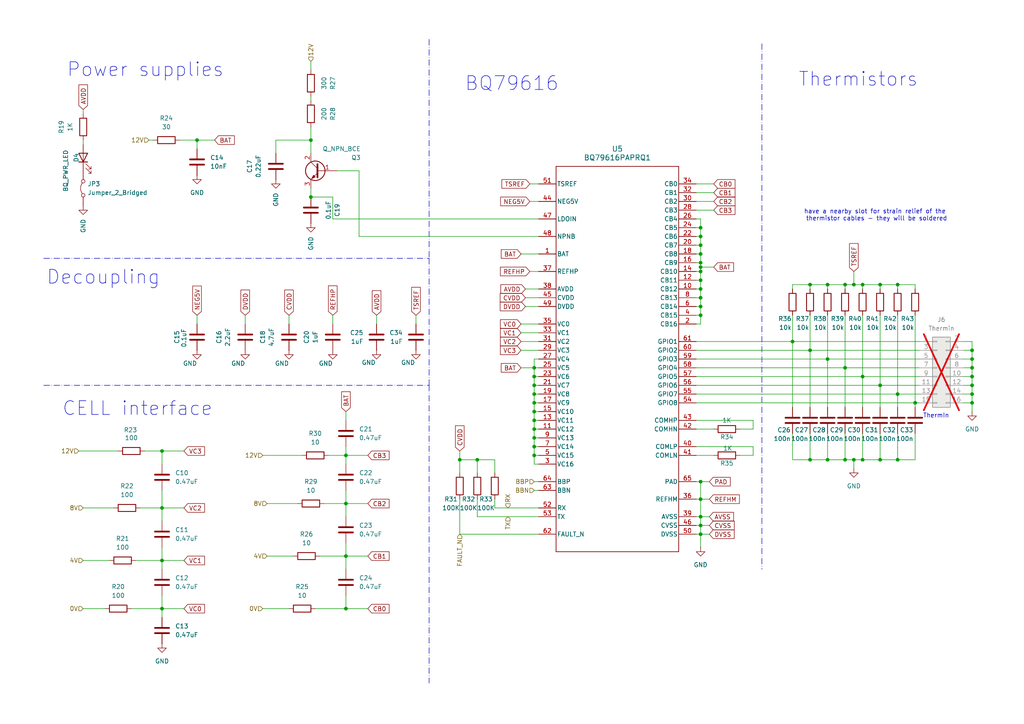
<source format=kicad_sch>
(kicad_sch (version 20231120) (generator "eeschema") (generator_version "8.0")
  (paper "A4")
  (title_block (date "2025-03-08") (rev "1.1.0"))
  (lib_symbols
    (symbol "Connector_Generic:Conn_02x08_Odd_Even" (pin_names (offset 1.016) hide)
      (property "Reference" "J" (at 1.27 10.16 0))
      (property "Value" "Conn_02x08_Odd_Even" (at 1.27 -12.7 0))
      (symbol "Conn_02x08_Odd_Even_1_1"
        (pin passive line (at -5.08 7.62 0) (length 3.81) (name "Pin_1") (number "1"))
        (pin passive line (at 7.62 -2.54 180) (length 3.81) (name "Pin_10") (number "10"))
        (pin passive line (at -5.08 -5.08 0) (length 3.81) (name "Pin_11") (number "11"))
        (pin passive line (at 7.62 -5.08 180) (length 3.81) (name "Pin_12") (number "12"))
        (pin passive line (at -5.08 -7.62 0) (length 3.81) (name "Pin_13") (number "13"))
        (pin passive line (at 7.62 -7.62 180) (length 3.81) (name "Pin_14") (number "14"))
        (pin passive line (at -5.08 -10.16 0) (length 3.81) (name "Pin_15") (number "15"))
        (pin passive line (at 7.62 -10.16 180) (length 3.81) (name "Pin_16") (number "16"))
        (pin passive line (at 7.62 7.62 180) (length 3.81) (name "Pin_2") (number "2"))
        (pin passive line (at -5.08 5.08 0) (length 3.81) (name "Pin_3") (number "3"))
        (pin passive line (at 7.62 5.08 180) (length 3.81) (name "Pin_4") (number "4"))
        (pin passive line (at -5.08 2.54 0) (length 3.81) (name "Pin_5") (number "5"))
        (pin passive line (at 7.62 2.54 180) (length 3.81) (name "Pin_6") (number "6"))
        (pin passive line (at -5.08 0 0) (length 3.81) (name "Pin_7") (number "7"))
        (pin passive line (at 7.62 0 180) (length 3.81) (name "Pin_8") (number "8"))
        (pin passive line (at -5.08 -2.54 0) (length 3.81) (name "Pin_9") (number "9"))
      )
    )
    (symbol "Device:C" (pin_numbers hide) (pin_names (offset 0.254))
      (property "Reference" "C" (at 0.635 2.54 0))
      (property "Value" "C" (at 0.635 -2.54 0))
      (symbol "C_1_1"
        (pin passive line (at 0 3.81 270) (length 2.794) (name "~") (number "1"))
        (pin passive line (at 0 -3.81 90) (length 2.794) (name "~") (number "2"))
      )
    )
    (symbol "Device:LED" (pin_numbers hide) (pin_names (offset 1.016) hide)
      (property "Reference" "D" (at 0 2.54 0))
      (property "Value" "LED" (at 0 -2.54 0))
      (symbol "LED_1_1"
        (pin passive line (at -3.81 0 0) (length 2.54) (name "K") (number "1"))
        (pin passive line (at 3.81 0 180) (length 2.54) (name "A") (number "2"))
      )
    )
    (symbol "Device:Q_NPN_BCE" (pin_names (offset 0) hide)
      (property "Reference" "Q" (at 5.08 1.27 0))
      (property "Value" "Q_NPN_BCE" (at 5.08 -1.27 0))
      (symbol "Q_NPN_BCE_1_1"
        (pin input line (at -5.08 0 0) (length 5.715) (name "B") (number "1"))
        (pin passive line (at 2.54 5.08 270) (length 2.54) (name "C") (number "2"))
        (pin passive line (at 2.54 -5.08 90) (length 2.54) (name "E") (number "3"))
      )
    )
    (symbol "Device:R" (pin_numbers hide) (pin_names (offset 0))
      (property "Reference" "R" (at 2.032 0 90))
      (property "Value" "R" (at 0 0 90))
      (symbol "R_1_1"
        (pin passive line (at 0 3.81 270) (length 1.27) (name "~") (number "1"))
        (pin passive line (at 0 -3.81 90) (length 1.27) (name "~") (number "2"))
      )
    )
    (symbol "Jumper:Jumper_2_Bridged" (pin_numbers hide) (pin_names (offset 0) hide) (exclude_from_sim yes)
      (property "Reference" "JP" (at 0 1.905 0))
      (property "Value" "Jumper_2_Bridged" (at 0 -2.54 0))
      (symbol "Jumper_2_Bridged_1_1"
        (pin passive line (at -5.08 0 0) (length 2.54) (name "A") (number "1"))
        (pin passive line (at 5.08 0 180) (length 2.54) (name "B") (number "2"))
      )
    )
    (symbol "power:GND" (power) (pin_numbers hide) (pin_names (offset 0) hide)
      (property "Value" "GND" (at 0 -3.81 0))
      (symbol "GND_1_1"
        (pin power_in line (at 0 0 270) (length 0) (name "~") (number "1"))
      )
    )
    (symbol "sufst-lib:BQ79616PAPRQ1" (pin_names (offset 0.254))
      (property "Reference" "U" (at 0 2.54 0))
      (property "Value" "BQ79616PAPRQ1" (at 0 0 0))
      (symbol "BQ79616PAPRQ1_0_1"
        (pin power_in line (at -22.86 30.48 0) (length 5.08) (name "BAT") (number "1"))
        (pin bidirectional line (at 22.86 20.32 180) (length 5.08) (name "CB12") (number "10"))
        (pin input line (at -22.86 -20.32 0) (length 5.08) (name "VC12") (number "11"))
        (pin bidirectional line (at 22.86 22.86 180) (length 5.08) (name "CB11") (number "12"))
        (pin input line (at -22.86 -17.78 0) (length 5.08) (name "VC11") (number "13"))
        (pin bidirectional line (at 22.86 25.4 180) (length 5.08) (name "CB10") (number "14"))
        (pin input line (at -22.86 -15.24 0) (length 5.08) (name "VC10") (number "15"))
        (pin bidirectional line (at 22.86 27.94 180) (length 5.08) (name "CB9") (number "16"))
        (pin input line (at -22.86 -12.7 0) (length 5.08) (name "VC9") (number "17"))
        (pin bidirectional line (at 22.86 30.48 180) (length 5.08) (name "CB8") (number "18"))
        (pin input line (at -22.86 -10.16 0) (length 5.08) (name "VC8") (number "19"))
        (pin bidirectional line (at 22.86 10.16 180) (length 5.08) (name "CB16") (number "2"))
        (pin bidirectional line (at 22.86 33.02 180) (length 5.08) (name "CB7") (number "20"))
        (pin input line (at -22.86 -7.62 0) (length 5.08) (name "VC7") (number "21"))
        (pin bidirectional line (at 22.86 35.56 180) (length 5.08) (name "CB6") (number "22"))
        (pin input line (at -22.86 -5.08 0) (length 5.08) (name "VC6") (number "23"))
        (pin bidirectional line (at 22.86 38.1 180) (length 5.08) (name "CB5") (number "24"))
        (pin input line (at -22.86 -2.54 0) (length 5.08) (name "VC5") (number "25"))
        (pin bidirectional line (at 22.86 40.64 180) (length 5.08) (name "CB4") (number "26"))
        (pin input line (at -22.86 0 0) (length 5.08) (name "VC4") (number "27"))
        (pin bidirectional line (at 22.86 43.18 180) (length 5.08) (name "CB3") (number "28"))
        (pin input line (at -22.86 2.54 0) (length 5.08) (name "VC3") (number "29"))
        (pin input line (at -22.86 -30.48 0) (length 5.08) (name "VC16") (number "3"))
        (pin bidirectional line (at 22.86 45.72 180) (length 5.08) (name "CB2") (number "30"))
        (pin input line (at -22.86 5.08 0) (length 5.08) (name "VC2") (number "31"))
        (pin bidirectional line (at 22.86 48.26 180) (length 5.08) (name "CB1") (number "32"))
        (pin input line (at -22.86 7.62 0) (length 5.08) (name "VC1") (number "33"))
        (pin bidirectional line (at 22.86 50.8 180) (length 5.08) (name "CB0") (number "34"))
        (pin input line (at -22.86 10.16 0) (length 5.08) (name "VC0") (number "35"))
        (pin power_in line (at 22.86 -40.64 180) (length 5.08) (name "REFHM") (number "36"))
        (pin power_in line (at -22.86 25.4 0) (length 5.08) (name "REFHP") (number "37"))
        (pin power_in line (at -22.86 20.32 0) (length 5.08) (name "AVDD") (number "38"))
        (pin power_in line (at 22.86 -45.72 180) (length 5.08) (name "AVSS") (number "39"))
        (pin bidirectional line (at 22.86 12.7 180) (length 5.08) (name "CB15") (number "4"))
        (pin bidirectional line (at 22.86 -25.4 180) (length 5.08) (name "COMLP") (number "40"))
        (pin bidirectional line (at 22.86 -27.94 180) (length 5.08) (name "COMLN") (number "41"))
        (pin bidirectional line (at 22.86 -20.32 180) (length 5.08) (name "COMHN") (number "42"))
        (pin bidirectional line (at 22.86 -17.78 180) (length 5.08) (name "COMHP") (number "43"))
        (pin power_in line (at -22.86 45.72 0) (length 5.08) (name "NEG5V") (number "44"))
        (pin power_in line (at -22.86 17.78 0) (length 5.08) (name "CVDD") (number "45"))
        (pin power_in line (at 22.86 -48.26 180) (length 5.08) (name "CVSS") (number "46"))
        (pin power_in line (at -22.86 40.64 0) (length 5.08) (name "LDOIN") (number "47"))
        (pin power_in line (at -22.86 35.56 0) (length 5.08) (name "NPNB") (number "48"))
        (pin power_in line (at -22.86 15.24 0) (length 5.08) (name "DVDD") (number "49"))
        (pin input line (at -22.86 -27.94 0) (length 5.08) (name "VC15") (number "5"))
        (pin power_in line (at 22.86 -50.8 180) (length 5.08) (name "DVSS") (number "50"))
        (pin power_in line (at -22.86 50.8 0) (length 5.08) (name "TSREF") (number "51"))
        (pin input line (at -22.86 -43.18 0) (length 5.08) (name "RX") (number "52"))
        (pin output line (at -22.86 -45.72 0) (length 5.08) (name "TX") (number "53"))
        (pin bidirectional line (at 22.86 -12.7 180) (length 5.08) (name "GPIO8") (number "54"))
        (pin bidirectional line (at 22.86 -10.16 180) (length 5.08) (name "GPIO7") (number "55"))
        (pin bidirectional line (at 22.86 -7.62 180) (length 5.08) (name "GPIO6") (number "56"))
        (pin bidirectional line (at 22.86 -5.08 180) (length 5.08) (name "GPIO5") (number "57"))
        (pin bidirectional line (at 22.86 -2.54 180) (length 5.08) (name "GPIO4") (number "58"))
        (pin bidirectional line (at 22.86 0 180) (length 5.08) (name "GPIO3") (number "59"))
        (pin bidirectional line (at 22.86 15.24 180) (length 5.08) (name "CB14") (number "6"))
        (pin bidirectional line (at 22.86 2.54 180) (length 5.08) (name "GPIO2") (number "60"))
        (pin bidirectional line (at 22.86 5.08 180) (length 5.08) (name "GPIO1") (number "61"))
        (pin output line (at -22.86 -50.8 0) (length 5.08) (name "FAULT_N") (number "62"))
        (pin input line (at -22.86 -38.1 0) (length 5.08) (name "BBN") (number "63"))
        (pin input line (at -22.86 -35.56 0) (length 5.08) (name "BBP") (number "64"))
        (pin unspecified line (at 22.86 -35.56 180) (length 5.08) (name "PAD") (number "65"))
        (pin input line (at -22.86 -25.4 0) (length 5.08) (name "VC14") (number "7"))
        (pin bidirectional line (at 22.86 17.78 180) (length 5.08) (name "CB13") (number "8"))
        (pin input line (at -22.86 -22.86 0) (length 5.08) (name "VC13") (number "9"))
      )
    )
  )
  (junction (at 234.95 82.55))
  (junction (at 203.2 144.78))
  (junction (at 203.2 76.2))
  (junction (at 281.94 111.76))
  (junction (at 245.11 133.35))
  (junction (at 250.19 82.55))
  (junction (at 133.35 133.35))
  (junction (at 203.2 68.58))
  (junction (at 138.43 133.35))
  (junction (at 203.2 154.94))
  (junction (at 240.03 104.14))
  (junction (at 100.33 146.05))
  (junction (at 90.17 40.64))
  (junction (at 245.11 82.55))
  (junction (at 281.94 114.3))
  (junction (at 234.95 101.6))
  (junction (at 57.15 40.64))
  (junction (at 46.99 176.53))
  (junction (at 154.94 106.68))
  (junction (at 154.94 129.54))
  (junction (at 100.33 132.08))
  (junction (at 203.2 91.44))
  (junction (at 240.03 82.55))
  (junction (at 234.95 133.35))
  (junction (at 260.35 82.55))
  (junction (at 250.19 109.22))
  (junction (at 247.65 133.35))
  (junction (at 281.94 116.84))
  (junction (at 229.87 99.06))
  (junction (at 154.94 124.46))
  (junction (at 154.94 111.76))
  (junction (at 154.94 121.92))
  (junction (at 250.19 133.35))
  (junction (at 154.94 127))
  (junction (at 240.03 133.35))
  (junction (at 255.27 133.35))
  (junction (at 203.2 152.4))
  (junction (at 154.94 132.08))
  (junction (at 281.94 104.14))
  (junction (at 154.94 116.84))
  (junction (at 90.17 57.15))
  (junction (at 203.2 81.28))
  (junction (at 203.2 139.7))
  (junction (at 46.99 147.32))
  (junction (at 154.94 109.22))
  (junction (at 203.2 66.04))
  (junction (at 46.99 162.56))
  (junction (at 46.99 130.81))
  (junction (at 281.94 101.6))
  (junction (at 154.94 119.38))
  (junction (at 255.27 111.76))
  (junction (at 203.2 149.86))
  (junction (at 281.94 106.68))
  (junction (at 203.2 86.36))
  (junction (at 260.35 133.35))
  (junction (at 203.2 78.74))
  (junction (at 265.43 116.84))
  (junction (at 203.2 88.9))
  (junction (at 100.33 176.53))
  (junction (at 100.33 161.29))
  (junction (at 203.2 73.66))
  (junction (at 247.65 82.55))
  (junction (at 154.94 114.3))
  (junction (at 245.11 106.68))
  (junction (at 255.27 82.55))
  (junction (at 281.94 109.22))
  (junction (at 260.35 114.3))
  (junction (at 203.2 77.47))
  (junction (at 203.2 83.82))
  (junction (at 203.2 71.12))
  (wire (pts (xy 143.51 147.32) (xy 156.21 147.32)))
  (polyline (pts (xy 12.7 111.76) (xy 124.46 111.76)) (stroke (width 0) (type dash_dot)))
  (wire (pts (xy 151.13 101.6) (xy 156.21 101.6)))
  (wire (pts (xy 201.93 99.06) (xy 229.87 99.06)))
  (wire (pts (xy 90.17 57.15) (xy 96.52 57.15)))
  (wire (pts (xy 76.2 176.53) (xy 83.82 176.53)))
  (wire (pts (xy 203.2 93.98) (xy 203.2 91.44)))
  (wire (pts (xy 96.52 63.5) (xy 156.21 63.5)))
  (wire (pts (xy 100.33 146.05) (xy 100.33 149.86)))
  (wire (pts (xy 100.33 119.38) (xy 100.33 121.92)))
  (wire (pts (xy 205.74 139.7) (xy 203.2 139.7)))
  (wire (pts (xy 52.07 40.64) (xy 57.15 40.64)))
  (wire (pts (xy 100.33 161.29) (xy 106.68 161.29)))
  (wire (pts (xy 255.27 133.35) (xy 255.27 125.73)))
  (wire (pts (xy 281.94 106.68) (xy 281.94 109.22)))
  (wire (pts (xy 229.87 99.06) (xy 229.87 118.11)))
  (wire (pts (xy 203.2 139.7) (xy 201.93 139.7)))
  (wire (pts (xy 156.21 119.38) (xy 154.94 119.38)))
  (wire (pts (xy 207.01 58.42) (xy 201.93 58.42)))
  (wire (pts (xy 250.19 91.44) (xy 250.19 109.22)))
  (wire (pts (xy 156.21 132.08) (xy 154.94 132.08)))
  (wire (pts (xy 156.21 104.14) (xy 154.94 104.14)))
  (wire (pts (xy 281.94 114.3) (xy 281.94 116.84)))
  (wire (pts (xy 203.2 144.78) (xy 203.2 149.86)))
  (wire (pts (xy 265.43 116.84) (xy 265.43 118.11)))
  (wire (pts (xy 133.35 133.35) (xy 138.43 133.35)))
  (wire (pts (xy 156.21 129.54) (xy 154.94 129.54)))
  (wire (pts (xy 104.14 49.53) (xy 97.79 49.53)))
  (wire (pts (xy 247.65 135.89) (xy 247.65 133.35)))
  (wire (pts (xy 203.2 83.82) (xy 203.2 81.28)))
  (wire (pts (xy 151.13 96.52) (xy 156.21 96.52)))
  (wire (pts (xy 154.94 114.3) (xy 154.94 116.84)))
  (wire (pts (xy 201.93 86.36) (xy 203.2 86.36)))
  (wire (pts (xy 247.65 133.35) (xy 250.19 133.35)))
  (wire (pts (xy 234.95 101.6) (xy 234.95 118.11)))
  (wire (pts (xy 229.87 82.55) (xy 234.95 82.55)))
  (wire (pts (xy 154.94 119.38) (xy 154.94 121.92)))
  (wire (pts (xy 46.99 162.56) (xy 46.99 165.1)))
  (wire (pts (xy 247.65 78.74) (xy 247.65 82.55)))
  (wire (pts (xy 260.35 82.55) (xy 260.35 83.82)))
  (wire (pts (xy 46.99 162.56) (xy 53.34 162.56)))
  (wire (pts (xy 43.18 40.64) (xy 44.45 40.64)))
  (wire (pts (xy 281.94 109.22) (xy 279.4 109.22)))
  (wire (pts (xy 138.43 144.78) (xy 138.43 149.86)))
  (polyline (pts (xy 124.46 11.43) (xy 124.46 74.93)) (stroke (width 0) (type dash_dot)))
  (wire (pts (xy 240.03 133.35) (xy 245.11 133.35)))
  (wire (pts (xy 100.33 157.48) (xy 100.33 161.29)))
  (wire (pts (xy 104.14 68.58) (xy 156.21 68.58)))
  (wire (pts (xy 260.35 133.35) (xy 260.35 125.73)))
  (wire (pts (xy 46.99 172.72) (xy 46.99 176.53)))
  (wire (pts (xy 24.13 147.32) (xy 33.02 147.32)))
  (wire (pts (xy 46.99 176.53) (xy 46.99 179.07)))
  (wire (pts (xy 153.67 58.42) (xy 156.21 58.42)))
  (wire (pts (xy 156.21 111.76) (xy 154.94 111.76)))
  (wire (pts (xy 250.19 133.35) (xy 255.27 133.35)))
  (wire (pts (xy 80.01 40.64) (xy 90.17 40.64)))
  (wire (pts (xy 201.93 66.04) (xy 203.2 66.04)))
  (wire (pts (xy 100.33 132.08) (xy 106.68 132.08)))
  (wire (pts (xy 218.44 121.92) (xy 218.44 124.46)))
  (wire (pts (xy 245.11 82.55) (xy 247.65 82.55)))
  (wire (pts (xy 234.95 133.35) (xy 234.95 125.73)))
  (wire (pts (xy 207.01 53.34) (xy 201.93 53.34)))
  (wire (pts (xy 245.11 133.35) (xy 245.11 125.73)))
  (wire (pts (xy 40.64 147.32) (xy 46.99 147.32)))
  (wire (pts (xy 281.94 116.84) (xy 279.4 116.84)))
  (wire (pts (xy 90.17 44.45) (xy 90.17 40.64)))
  (wire (pts (xy 205.74 149.86) (xy 203.2 149.86)))
  (wire (pts (xy 218.44 132.08) (xy 218.44 129.54)))
  (wire (pts (xy 203.2 63.5) (xy 201.93 63.5)))
  (wire (pts (xy 90.17 20.32) (xy 90.17 17.78)))
  (wire (pts (xy 281.94 104.14) (xy 279.4 104.14)))
  (wire (pts (xy 156.21 109.22) (xy 154.94 109.22)))
  (wire (pts (xy 229.87 82.55) (xy 229.87 83.82)))
  (wire (pts (xy 255.27 82.55) (xy 260.35 82.55)))
  (wire (pts (xy 57.15 43.18) (xy 57.15 40.64)))
  (wire (pts (xy 281.94 101.6) (xy 279.4 101.6)))
  (wire (pts (xy 281.94 109.22) (xy 281.94 111.76)))
  (wire (pts (xy 250.19 82.55) (xy 250.19 83.82)))
  (wire (pts (xy 46.99 130.81) (xy 53.34 130.81)))
  (wire (pts (xy 100.33 161.29) (xy 100.33 165.1)))
  (wire (pts (xy 247.65 82.55) (xy 250.19 82.55)))
  (wire (pts (xy 152.4 86.36) (xy 156.21 86.36)))
  (wire (pts (xy 260.35 133.35) (xy 265.43 133.35)))
  (wire (pts (xy 46.99 176.53) (xy 53.34 176.53)))
  (wire (pts (xy 201.93 83.82) (xy 203.2 83.82)))
  (wire (pts (xy 266.7 101.6) (xy 234.95 101.6)))
  (wire (pts (xy 265.43 133.35) (xy 265.43 125.73)))
  (wire (pts (xy 100.33 142.24) (xy 100.33 146.05)))
  (wire (pts (xy 260.35 114.3) (xy 260.35 118.11)))
  (wire (pts (xy 201.93 88.9) (xy 203.2 88.9)))
  (wire (pts (xy 24.13 31.75) (xy 24.13 33.02)))
  (wire (pts (xy 266.7 106.68) (xy 245.11 106.68)))
  (wire (pts (xy 90.17 36.83) (xy 90.17 40.64)))
  (wire (pts (xy 234.95 82.55) (xy 240.03 82.55)))
  (wire (pts (xy 154.94 127) (xy 154.94 129.54)))
  (wire (pts (xy 143.51 133.35) (xy 143.51 137.16)))
  (wire (pts (xy 281.94 104.14) (xy 281.94 106.68)))
  (wire (pts (xy 234.95 133.35) (xy 240.03 133.35)))
  (wire (pts (xy 154.94 109.22) (xy 154.94 111.76)))
  (wire (pts (xy 201.93 68.58) (xy 203.2 68.58)))
  (wire (pts (xy 133.35 154.94) (xy 133.35 144.78)))
  (wire (pts (xy 120.65 93.98) (xy 120.65 91.44)))
  (wire (pts (xy 250.19 82.55) (xy 255.27 82.55)))
  (polyline (pts (xy 124.46 111.76) (xy 124.46 74.93)) (stroke (width 0) (type dash_dot)))
  (wire (pts (xy 156.21 116.84) (xy 154.94 116.84)))
  (wire (pts (xy 96.52 93.98) (xy 96.52 91.44)))
  (wire (pts (xy 281.94 99.06) (xy 279.4 99.06)))
  (wire (pts (xy 203.2 76.2) (xy 203.2 73.66)))
  (wire (pts (xy 154.94 129.54) (xy 154.94 132.08)))
  (wire (pts (xy 41.91 130.81) (xy 46.99 130.81)))
  (wire (pts (xy 203.2 88.9) (xy 203.2 86.36)))
  (wire (pts (xy 104.14 68.58) (xy 104.14 49.53)))
  (wire (pts (xy 240.03 91.44) (xy 240.03 104.14)))
  (wire (pts (xy 281.94 99.06) (xy 281.94 101.6)))
  (wire (pts (xy 203.2 152.4) (xy 203.2 154.94)))
  (wire (pts (xy 229.87 133.35) (xy 234.95 133.35)))
  (wire (pts (xy 151.13 99.06) (xy 156.21 99.06)))
  (wire (pts (xy 57.15 40.64) (xy 62.23 40.64)))
  (wire (pts (xy 90.17 57.15) (xy 90.17 54.61)))
  (wire (pts (xy 80.01 44.45) (xy 80.01 40.64)))
  (wire (pts (xy 156.21 121.92) (xy 154.94 121.92)))
  (wire (pts (xy 245.11 106.68) (xy 201.93 106.68)))
  (wire (pts (xy 265.43 91.44) (xy 265.43 116.84)))
  (wire (pts (xy 203.2 91.44) (xy 203.2 88.9)))
  (wire (pts (xy 46.99 142.24) (xy 46.99 147.32)))
  (wire (pts (xy 71.12 93.98) (xy 71.12 91.44)))
  (wire (pts (xy 151.13 93.98) (xy 156.21 93.98)))
  (wire (pts (xy 91.44 176.53) (xy 100.33 176.53)))
  (wire (pts (xy 133.35 130.81) (xy 133.35 133.35)))
  (wire (pts (xy 203.2 66.04) (xy 203.2 63.5)))
  (wire (pts (xy 260.35 91.44) (xy 260.35 114.3)))
  (wire (pts (xy 201.93 81.28) (xy 203.2 81.28)))
  (wire (pts (xy 154.94 104.14) (xy 154.94 106.68)))
  (wire (pts (xy 203.2 154.94) (xy 201.93 154.94)))
  (wire (pts (xy 203.2 144.78) (xy 201.93 144.78)))
  (wire (pts (xy 240.03 82.55) (xy 240.03 83.82)))
  (wire (pts (xy 255.27 111.76) (xy 255.27 118.11)))
  (wire (pts (xy 266.7 116.84) (xy 265.43 116.84)))
  (wire (pts (xy 151.13 73.66) (xy 156.21 73.66)))
  (wire (pts (xy 24.13 176.53) (xy 30.48 176.53)))
  (wire (pts (xy 281.94 111.76) (xy 281.94 114.3)))
  (wire (pts (xy 133.35 154.94) (xy 156.21 154.94)))
  (polyline (pts (xy 220.98 12.7) (xy 220.98 165.1)) (stroke (width 0) (type dash_dot)))
  (wire (pts (xy 250.19 109.22) (xy 250.19 118.11)))
  (wire (pts (xy 281.94 111.76) (xy 279.4 111.76)))
  (wire (pts (xy 92.71 161.29) (xy 100.33 161.29)))
  (wire (pts (xy 93.98 146.05) (xy 100.33 146.05)))
  (wire (pts (xy 203.2 73.66) (xy 203.2 71.12)))
  (wire (pts (xy 265.43 82.55) (xy 265.43 83.82)))
  (wire (pts (xy 153.67 78.74) (xy 156.21 78.74)))
  (polyline (pts (xy 124.46 111.76) (xy 124.46 198.12)) (stroke (width 0) (type dash_dot)))
  (wire (pts (xy 143.51 147.32) (xy 143.51 144.78)))
  (wire (pts (xy 203.2 78.74) (xy 203.2 77.47)))
  (wire (pts (xy 234.95 82.55) (xy 234.95 83.82)))
  (wire (pts (xy 201.93 71.12) (xy 203.2 71.12)))
  (wire (pts (xy 201.93 93.98) (xy 203.2 93.98)))
  (wire (pts (xy 22.86 130.81) (xy 34.29 130.81)))
  (wire (pts (xy 154.94 139.7) (xy 156.21 139.7)))
  (wire (pts (xy 203.2 152.4) (xy 201.93 152.4)))
  (wire (pts (xy 218.44 129.54) (xy 201.93 129.54)))
  (wire (pts (xy 138.43 133.35) (xy 143.51 133.35)))
  (wire (pts (xy 255.27 91.44) (xy 255.27 111.76)))
  (wire (pts (xy 201.93 121.92) (xy 218.44 121.92)))
  (wire (pts (xy 203.2 77.47) (xy 203.2 76.2)))
  (wire (pts (xy 100.33 146.05) (xy 106.68 146.05)))
  (wire (pts (xy 95.25 132.08) (xy 100.33 132.08)))
  (wire (pts (xy 234.95 101.6) (xy 201.93 101.6)))
  (wire (pts (xy 100.33 176.53) (xy 106.68 176.53)))
  (wire (pts (xy 154.94 106.68) (xy 151.13 106.68)))
  (wire (pts (xy 76.2 132.08) (xy 87.63 132.08)))
  (wire (pts (xy 203.2 139.7) (xy 203.2 144.78)))
  (wire (pts (xy 201.93 124.46) (xy 207.01 124.46)))
  (wire (pts (xy 203.2 68.58) (xy 203.2 66.04)))
  (wire (pts (xy 281.94 106.68) (xy 279.4 106.68)))
  (wire (pts (xy 240.03 82.55) (xy 245.11 82.55)))
  (wire (pts (xy 154.94 124.46) (xy 154.94 127)))
  (wire (pts (xy 265.43 116.84) (xy 201.93 116.84)))
  (wire (pts (xy 154.94 134.62) (xy 156.21 134.62)))
  (wire (pts (xy 90.17 27.94) (xy 90.17 29.21)))
  (wire (pts (xy 207.01 60.96) (xy 201.93 60.96)))
  (wire (pts (xy 266.7 104.14) (xy 240.03 104.14)))
  (wire (pts (xy 46.99 130.81) (xy 46.99 134.62)))
  (wire (pts (xy 201.93 73.66) (xy 203.2 73.66)))
  (wire (pts (xy 240.03 133.35) (xy 240.03 125.73)))
  (wire (pts (xy 229.87 99.06) (xy 266.7 99.06)))
  (wire (pts (xy 240.03 104.14) (xy 201.93 104.14)))
  (wire (pts (xy 229.87 133.35) (xy 229.87 125.73)))
  (wire (pts (xy 281.94 114.3) (xy 279.4 114.3)))
  (wire (pts (xy 234.95 91.44) (xy 234.95 101.6)))
  (wire (pts (xy 109.22 93.98) (xy 109.22 91.44)))
  (wire (pts (xy 255.27 111.76) (xy 201.93 111.76)))
  (wire (pts (xy 100.33 132.08) (xy 100.33 134.62)))
  (wire (pts (xy 46.99 158.75) (xy 46.99 162.56)))
  (wire (pts (xy 156.21 124.46) (xy 154.94 124.46)))
  (wire (pts (xy 138.43 149.86) (xy 156.21 149.86)))
  (wire (pts (xy 255.27 133.35) (xy 260.35 133.35)))
  (wire (pts (xy 156.21 114.3) (xy 154.94 114.3)))
  (wire (pts (xy 203.2 71.12) (xy 203.2 68.58)))
  (wire (pts (xy 218.44 124.46) (xy 214.63 124.46)))
  (wire (pts (xy 39.37 162.56) (xy 46.99 162.56)))
  (wire (pts (xy 245.11 82.55) (xy 245.11 83.82)))
  (wire (pts (xy 205.74 154.94) (xy 203.2 154.94)))
  (wire (pts (xy 203.2 149.86) (xy 203.2 152.4)))
  (wire (pts (xy 156.21 127) (xy 154.94 127)))
  (wire (pts (xy 203.2 154.94) (xy 203.2 158.75)))
  (wire (pts (xy 96.52 63.5) (xy 96.52 57.15)))
  (wire (pts (xy 245.11 133.35) (xy 247.65 133.35)))
  (wire (pts (xy 250.19 133.35) (xy 250.19 125.73)))
  (wire (pts (xy 203.2 86.36) (xy 203.2 83.82)))
  (wire (pts (xy 203.2 81.28) (xy 203.2 78.74)))
  (wire (pts (xy 57.15 93.98) (xy 57.15 91.44)))
  (wire (pts (xy 203.2 149.86) (xy 201.93 149.86)))
  (wire (pts (xy 77.47 161.29) (xy 85.09 161.29)))
  (wire (pts (xy 205.74 144.78) (xy 203.2 144.78)))
  (wire (pts (xy 281.94 101.6) (xy 281.94 104.14)))
  (wire (pts (xy 154.94 111.76) (xy 154.94 114.3)))
  (wire (pts (xy 201.93 76.2) (xy 203.2 76.2)))
  (wire (pts (xy 229.87 91.44) (xy 229.87 99.06)))
  (wire (pts (xy 240.03 104.14) (xy 240.03 118.11)))
  (wire (pts (xy 154.94 106.68) (xy 154.94 109.22)))
  (wire (pts (xy 153.67 53.34) (xy 156.21 53.34)))
  (wire (pts (xy 77.47 146.05) (xy 86.36 146.05)))
  (wire (pts (xy 38.1 176.53) (xy 46.99 176.53)))
  (wire (pts (xy 245.11 91.44) (xy 245.11 106.68)))
  (wire (pts (xy 133.35 133.35) (xy 133.35 137.16)))
  (wire (pts (xy 266.7 114.3) (xy 260.35 114.3)))
  (wire (pts (xy 214.63 132.08) (xy 218.44 132.08)))
  (wire (pts (xy 100.33 172.72) (xy 100.33 176.53)))
  (wire (pts (xy 281.94 119.38) (xy 281.94 116.84)))
  (wire (pts (xy 201.93 132.08) (xy 207.01 132.08)))
  (wire (pts (xy 152.4 88.9) (xy 156.21 88.9)))
  (wire (pts (xy 154.94 132.08) (xy 154.94 134.62)))
  (wire (pts (xy 24.13 162.56) (xy 31.75 162.56)))
  (wire (pts (xy 83.82 93.98) (xy 83.82 91.44)))
  (wire (pts (xy 201.93 91.44) (xy 203.2 91.44)))
  (wire (pts (xy 207.01 55.88) (xy 201.93 55.88)))
  (wire (pts (xy 266.7 109.22) (xy 250.19 109.22)))
  (wire (pts (xy 154.94 142.24) (xy 156.21 142.24)))
  (wire (pts (xy 154.94 121.92) (xy 154.94 124.46)))
  (wire (pts (xy 46.99 147.32) (xy 53.34 147.32)))
  (wire (pts (xy 203.2 77.47) (xy 207.01 77.47)))
  (wire (pts (xy 250.19 109.22) (xy 201.93 109.22)))
  (wire (pts (xy 156.21 106.68) (xy 154.94 106.68)))
  (wire (pts (xy 100.33 129.54) (xy 100.33 132.08)))
  (wire (pts (xy 260.35 114.3) (xy 201.93 114.3)))
  (wire (pts (xy 266.7 111.76) (xy 255.27 111.76)))
  (wire (pts (xy 46.99 147.32) (xy 46.99 151.13)))
  (wire (pts (xy 154.94 116.84) (xy 154.94 119.38)))
  (wire (pts (xy 205.74 152.4) (xy 203.2 152.4)))
  (wire (pts (xy 201.93 78.74) (xy 203.2 78.74)))
  (wire (pts (xy 24.13 41.91) (xy 24.13 40.64)))
  (polyline (pts (xy 12.7 74.93) (xy 124.46 74.93)) (stroke (width 0) (type dash_dot)))
  (wire (pts (xy 255.27 82.55) (xy 255.27 83.82)))
  (wire (pts (xy 152.4 83.82) (xy 156.21 83.82)))
  (wire (pts (xy 245.11 106.68) (xy 245.11 118.11)))
  (wire (pts (xy 260.35 82.55) (xy 265.43 82.55)))
  (wire (pts (xy 138.43 133.35) (xy 138.43 137.16)))
  (text "Thermistors" (at 248.92 23.114 0) (effects (font (size 4 4))))
  (text "CELL interface" (at 39.878 118.618 0) (effects (font (size 4 4))))
  (text "Power supplies" (at 42.164 20.32 0) (effects (font (size 4 4))))
  (text "have a nearby slot for strain relief of the \nthermistor cables - they will be soldered\n" (at 254.254 62.484 0) (effects (font (size 1.27 1.27))))
  (text "Decoupling" (at 29.972 80.518 0) (effects (font (size 4 4))))
  (text "BQ79616" (at 148.4501 24.3606 0) (effects (font (size 4 4))))
  (text "ThermIn\n" (at 275.336 121.412 0) (effects (font (size 1.27 1.27)) (justify right bottom)))
  (global_label "REFHP" (shape input) (at 153.67 78.74 180) (property "Intersheetrefs" "${INTERSHEET_REFS}" (effects (hide yes))))
  (global_label "VC1" (shape input) (at 53.34 162.56 0) (property "Intersheetrefs" "${INTERSHEET_REFS}" (effects (hide yes))))
  (global_label "CVDD" (shape input) (at 133.35 130.81 90) (property "Intersheetrefs" "${INTERSHEET_REFS}" (effects (hide yes))))
  (global_label "DVDD" (shape input) (at 71.12 91.44 90) (property "Intersheetrefs" "${INTERSHEET_REFS}" (effects (hide yes))))
  (global_label "VC2" (shape input) (at 53.34 147.32 0) (property "Intersheetrefs" "${INTERSHEET_REFS}" (effects (hide yes))))
  (global_label "BAT" (shape input) (at 151.13 106.68 180) (property "Intersheetrefs" "${INTERSHEET_REFS}" (effects (hide yes))))
  (global_label "CB2" (shape input) (at 106.68 146.05 0) (property "Intersheetrefs" "${INTERSHEET_REFS}" (effects (hide yes))))
  (global_label "CB3" (shape input) (at 106.68 132.08 0) (property "Intersheetrefs" "${INTERSHEET_REFS}" (effects (hide yes))))
  (global_label "TSREF" (shape input) (at 153.67 53.34 180) (property "Intersheetrefs" "${INTERSHEET_REFS}" (effects (hide yes))))
  (global_label "CB0" (shape input) (at 106.68 176.53 0) (property "Intersheetrefs" "${INTERSHEET_REFS}" (effects (hide yes))))
  (global_label "VC0" (shape input) (at 151.13 93.98 180) (property "Intersheetrefs" "${INTERSHEET_REFS}" (effects (hide yes))))
  (global_label "CVSS" (shape input) (at 205.74 152.4 0) (property "Intersheetrefs" "${INTERSHEET_REFS}" (effects (hide yes))))
  (global_label "NEG5V" (shape input) (at 57.15 91.44 90) (property "Intersheetrefs" "${INTERSHEET_REFS}" (effects (hide yes))))
  (global_label "REFHP" (shape input) (at 96.52 91.44 90) (property "Intersheetrefs" "${INTERSHEET_REFS}" (effects (hide yes))))
  (global_label "DVDD" (shape input) (at 152.4 88.9 180) (property "Intersheetrefs" "${INTERSHEET_REFS}" (effects (hide yes))))
  (global_label "AVSS" (shape input) (at 205.74 149.86 0) (property "Intersheetrefs" "${INTERSHEET_REFS}" (effects (hide yes))))
  (global_label "REFHM" (shape input) (at 205.74 144.78 0) (property "Intersheetrefs" "${INTERSHEET_REFS}" (effects (hide yes))))
  (global_label "TSREF" (shape input) (at 247.65 78.74 90) (property "Intersheetrefs" "${INTERSHEET_REFS}" (effects (hide yes))))
  (global_label "AVDD" (shape input) (at 24.13 31.75 90) (property "Intersheetrefs" "${INTERSHEET_REFS}" (effects (hide yes))))
  (global_label "BAT" (shape input) (at 207.01 77.47 0) (property "Intersheetrefs" "${INTERSHEET_REFS}" (effects (hide yes))))
  (global_label "BAT" (shape input) (at 151.13 73.66 180) (property "Intersheetrefs" "${INTERSHEET_REFS}" (effects (hide yes))))
  (global_label "CB0" (shape input) (at 207.01 53.34 0) (property "Intersheetrefs" "${INTERSHEET_REFS}" (effects (hide yes))))
  (global_label "CB3" (shape input) (at 207.01 60.96 0) (property "Intersheetrefs" "${INTERSHEET_REFS}" (effects (hide yes))))
  (global_label "VC3" (shape input) (at 53.34 130.81 0) (property "Intersheetrefs" "${INTERSHEET_REFS}" (effects (hide yes))))
  (global_label "TSREF" (shape input) (at 120.65 91.44 90) (property "Intersheetrefs" "${INTERSHEET_REFS}" (effects (hide yes))))
  (global_label "VC3" (shape input) (at 151.13 101.6 180) (property "Intersheetrefs" "${INTERSHEET_REFS}" (effects (hide yes))))
  (global_label "NEG5V" (shape input) (at 153.67 58.42 180) (property "Intersheetrefs" "${INTERSHEET_REFS}" (effects (hide yes))))
  (global_label "AVDD" (shape input) (at 109.22 91.44 90) (property "Intersheetrefs" "${INTERSHEET_REFS}" (effects (hide yes))))
  (global_label "BAT" (shape input) (at 100.33 119.38 90) (property "Intersheetrefs" "${INTERSHEET_REFS}" (effects (hide yes))))
  (global_label "VC0" (shape input) (at 53.34 176.53 0) (property "Intersheetrefs" "${INTERSHEET_REFS}" (effects (hide yes))))
  (global_label "VC2" (shape input) (at 151.13 99.06 180) (property "Intersheetrefs" "${INTERSHEET_REFS}" (effects (hide yes))))
  (global_label "CVDD" (shape input) (at 152.4 86.36 180) (property "Intersheetrefs" "${INTERSHEET_REFS}" (effects (hide yes))))
  (global_label "VC1" (shape input) (at 151.13 96.52 180) (property "Intersheetrefs" "${INTERSHEET_REFS}" (effects (hide yes))))
  (global_label "CB2" (shape input) (at 207.01 58.42 0) (property "Intersheetrefs" "${INTERSHEET_REFS}" (effects (hide yes))))
  (global_label "CB1" (shape input) (at 207.01 55.88 0) (property "Intersheetrefs" "${INTERSHEET_REFS}" (effects (hide yes))))
  (global_label "AVDD" (shape input) (at 152.4 83.82 180) (property "Intersheetrefs" "${INTERSHEET_REFS}" (effects (hide yes))))
  (global_label "PAD" (shape input) (at 205.74 139.7 0) (property "Intersheetrefs" "${INTERSHEET_REFS}" (effects (hide yes))))
  (global_label "BAT" (shape input) (at 62.23 40.64 0) (property "Intersheetrefs" "${INTERSHEET_REFS}" (effects (hide yes))))
  (global_label "CB1" (shape input) (at 106.68 161.29 0) (property "Intersheetrefs" "${INTERSHEET_REFS}" (effects (hide yes))))
  (global_label "CVDD" (shape input) (at 83.82 91.44 90) (property "Intersheetrefs" "${INTERSHEET_REFS}" (effects (hide yes))))
  (global_label "DVSS" (shape input) (at 205.74 154.94 0) (property "Intersheetrefs" "${INTERSHEET_REFS}" (effects (hide yes))))
  (hierarchical_label "4V" (shape input) (at 24.13 162.56 180))
  (hierarchical_label "4V" (shape input) (at 77.47 161.29 180))
  (hierarchical_label "BBP" (shape input) (at 154.94 139.7 180))
  (hierarchical_label "BBN" (shape input) (at 154.94 142.24 180))
  (hierarchical_label "RX" (shape input) (at 147.32 147.32 90))
  (hierarchical_label "FAULT_N" (shape input) (at 133.35 154.94 270))
  (hierarchical_label "12V" (shape input) (at 43.18 40.64 180))
  (hierarchical_label "0V" (shape input) (at 76.2 176.53 180))
  (hierarchical_label "12V" (shape input) (at 90.17 17.78 90))
  (hierarchical_label "0V" (shape input) (at 24.13 176.53 180))
  (hierarchical_label "8V" (shape input) (at 24.13 147.32 180))
  (hierarchical_label "12V" (shape input) (at 76.2 132.08 180))
  (hierarchical_label "8V" (shape input) (at 77.47 146.05 180))
  (hierarchical_label "12V" (shape input) (at 22.86 130.81 180))
  (hierarchical_label "TX" (shape input) (at 147.32 149.86 270))
  (symbol (lib_id "Device:R") (at 88.9 161.29 270) (unit 1)
    (property "Reference" "R26" (at 88.9 154.94 90))
    (property "Value" "10" (at 88.9 157.48 90))
    (property "Footprint" "Resistor_SMD:R_2512_6332Metric" (effects (hide yes)))
    (property "Description" "Resistor" (effects (hide yes)))
  )
  (symbol (lib_id "Device:R") (at 90.17 33.02 0) (unit 1)
    (property "Reference" "R28" (at 96.52 33.02 90))
    (property "Value" "200" (at 93.98 33.02 90))
    (property "Footprint" "Resistor_SMD:R_0603_1608Metric" (effects (hide yes)))
    (property "Description" "Resistor" (effects (hide yes)))
  )
  (symbol (lib_id "Device:R") (at 87.63 176.53 90) (unit 1)
    (property "Reference" "R25" (at 87.63 170.18 90))
    (property "Value" "10" (at 87.63 172.72 90))
    (property "Footprint" "Resistor_SMD:R_2512_6332Metric" (effects (hide yes)))
    (property "Description" "Resistor" (effects (hide yes)))
  )
  (symbol (lib_id "Device:C") (at 46.99 182.88 0) (unit 1)
    (property "Reference" "C13" (at 50.8 181.6099 0) (effects (justify left)))
    (property "Value" "0.47uF" (at 50.8 184.1499 0) (effects (justify left)))
    (property "Footprint" "Capacitor_SMD:C_0603_1608Metric" (effects (hide yes)))
    (property "Description" "Unpolarized capacitor" (effects (hide yes)))
    (property "Order Code" " 581-08055C474K4Z2A " (effects (hide yes)))
  )
  (symbol (lib_id "Device:C") (at 100.33 168.91 180) (unit 1)
    (property "Reference" "C24" (at 104.14 167.6399 0) (effects (justify right)))
    (property "Value" "0.47uF" (at 104.14 170.1799 0) (effects (justify right)))
    (property "Footprint" "Capacitor_SMD:C_0603_1608Metric" (effects (hide yes)))
    (property "Description" "Unpolarized capacitor" (effects (hide yes)))
    (property "Order Code" " 581-08055C474K4Z2A " (effects (hide yes)))
  )
  (symbol (lib_id "Device:C") (at 255.27 121.92 0) (mirror y) (unit 1)
    (property "Reference" "C31" (at 254.762 124.714 0) (effects (justify left)))
    (property "Value" "100n" (at 254.762 127.254 0) (effects (justify left)))
    (property "Footprint" "Capacitor_SMD:C_0603_1608Metric" (effects (hide yes)))
    (property "Description" "Unpolarized capacitor" (effects (hide yes)))
    (property "Order Code" "80-C0805C104K5RACLR" (effects (hide yes)))
    (property "Supplier" "Mouser" (effects (hide yes)))
  )
  (symbol (lib_id "Device:C") (at 100.33 153.67 0) (unit 1)
    (property "Reference" "C23" (at 104.14 152.3999 0) (effects (justify left)))
    (property "Value" "0.47uF" (at 104.14 154.9399 0) (effects (justify left)))
    (property "Footprint" "Capacitor_SMD:C_0603_1608Metric" (effects (hide yes)))
    (property "Description" "Unpolarized capacitor" (effects (hide yes)))
    (property "Order Code" " 581-08055C474K4Z2A " (effects (hide yes)))
  )
  (symbol (lib_id "power:GND") (at 80.01 52.07 0) (mirror y) (unit 1)
    (property "Reference" "#PWR033" (effects (hide yes)))
    (property "Value" "GND" (at 80.0101 55.88 90) (effects (justify right)))
    (property "Description" "Power symbol creates a global label with name \"GND\" , ground" (effects (hide yes)))
  )
  (symbol (lib_id "Device:R") (at 245.11 87.63 0) (mirror y) (unit 1)
    (property "Reference" "R39" (at 244.856 92.456 0) (effects (justify left)))
    (property "Value" "10k" (at 244.856 94.996 0) (effects (justify left)))
    (property "Footprint" "Resistor_SMD:R_0603_1608Metric" (effects (hide yes)))
    (property "Description" "Resistor" (effects (hide yes)))
  )
  (symbol (lib_id "Device:R") (at 250.19 87.63 0) (mirror y) (unit 1)
    (property "Reference" "R40" (at 249.936 92.456 0) (effects (justify left)))
    (property "Value" "10k" (at 249.936 94.996 0) (effects (justify left)))
    (property "Footprint" "Resistor_SMD:R_0603_1608Metric" (effects (hide yes)))
    (property "Description" "Resistor" (effects (hide yes)))
  )
  (symbol (lib_id "Device:R") (at 24.13 36.83 180) (unit 1)
    (property "Reference" "R19" (at 17.78 36.83 90))
    (property "Value" "1K" (at 20.32 36.83 90))
    (property "Footprint" "Resistor_SMD:R_0603_1608Metric" (effects (hide yes)))
    (property "Description" "Resistor" (effects (hide yes)))
  )
  (symbol (lib_id "power:GND") (at 247.65 135.89 0) (mirror y) (unit 1)
    (property "Reference" "#PWR039" (effects (hide yes)))
    (property "Value" "GND" (at 247.65 140.97 0))
    (property "Description" "Power symbol creates a global label with name \"GND\" , ground" (effects (hide yes)))
  )
  (symbol (lib_id "Device:C") (at 100.33 138.43 0) (unit 1)
    (property "Reference" "C22" (at 104.14 137.1599 0) (effects (justify left)))
    (property "Value" "0.47uF" (at 104.14 139.6999 0) (effects (justify left)))
    (property "Footprint" "Capacitor_SMD:C_0603_1608Metric" (effects (hide yes)))
    (property "Description" "Unpolarized capacitor" (effects (hide yes)))
    (property "Order Code" " 581-08055C474K4Z2A " (effects (hide yes)))
  )
  (symbol (lib_id "Device:C") (at 245.11 121.92 0) (mirror y) (unit 1)
    (property "Reference" "C29" (at 244.602 124.714 0) (effects (justify left)))
    (property "Value" "100n" (at 244.602 127.254 0) (effects (justify left)))
    (property "Footprint" "Capacitor_SMD:C_0603_1608Metric" (effects (hide yes)))
    (property "Description" "Unpolarized capacitor" (effects (hide yes)))
    (property "Order Code" "80-C0805C104K5RACLR" (effects (hide yes)))
    (property "Supplier" "Mouser" (effects (hide yes)))
  )
  (symbol (lib_id "power:GND") (at 24.13 59.69 0) (unit 1)
    (property "Reference" "#PWR028" (effects (hide yes)))
    (property "Value" "GND" (at 24.1299 63.5 90) (effects (justify right)))
    (property "Description" "Power symbol creates a global label with name \"GND\" , ground" (effects (hide yes)))
  )
  (symbol (lib_id "Device:C") (at 234.95 121.92 0) (mirror y) (unit 1)
    (property "Reference" "C27" (at 234.442 124.714 0) (effects (justify left)))
    (property "Value" "100n" (at 234.442 127.254 0) (effects (justify left)))
    (property "Footprint" "Capacitor_SMD:C_0603_1608Metric" (effects (hide yes)))
    (property "Description" "Unpolarized capacitor" (effects (hide yes)))
    (property "Order Code" "80-C0805C104K5RACLR" (effects (hide yes)))
    (property "Supplier" "Mouser" (effects (hide yes)))
  )
  (symbol (lib_id "Device:R") (at 210.82 132.08 270) (unit 1)
    (property "Reference" "R35" (at 210.82 134.366 90))
    (property "Value" "1K" (at 211.074 130.048 90))
    (property "Footprint" "Resistor_SMD:R_0603_1608Metric" (effects (hide yes)))
    (property "Description" "Resistor" (effects (hide yes)))
  )
  (symbol (lib_id "Device:R") (at 36.83 147.32 90) (unit 1)
    (property "Reference" "R22" (at 36.83 140.97 90))
    (property "Value" "100" (at 36.83 143.51 90))
    (property "Footprint" "Resistor_SMD:R_0603_1608Metric" (effects (hide yes)))
    (property "Description" "Resistor" (effects (hide yes)))
  )
  (symbol (lib_id "Device:C") (at 100.33 125.73 0) (unit 1)
    (property "Reference" "C21" (at 104.14 124.4599 0) (effects (justify left)))
    (property "Value" "0.47uF" (at 104.14 126.9999 0) (effects (justify left)))
    (property "Footprint" "Capacitor_SMD:C_0603_1608Metric" (effects (hide yes)))
    (property "Description" "Unpolarized capacitor" (effects (hide yes)))
    (property "Order Code" " 581-08055C474K4Z2A " (effects (hide yes)))
  )
  (symbol (lib_id "Device:R") (at 260.35 87.63 0) (mirror y) (unit 1)
    (property "Reference" "R42" (at 260.096 92.456 0) (effects (justify left)))
    (property "Value" "10k" (at 260.096 94.996 0) (effects (justify left)))
    (property "Footprint" "Resistor_SMD:R_0603_1608Metric" (effects (hide yes)))
    (property "Description" "Resistor" (effects (hide yes)))
  )
  (symbol (lib_id "Connector_Generic:Conn_02x08_Odd_Even") (at 271.78 106.68 0) (unit 1) (dnp yes)
    (property "Reference" "J6" (at 273.05 92.71 0))
    (property "Value" "Thermin" (at 273.05 95.25 0))
    (property "Footprint" "Connector_PinSocket_2.54mm:PinSocket_2x08_P2.54mm_Vertical" (effects (hide yes)))
    (property "Description" "Generic connector, double row, 02x08, odd/even pin numbering scheme (row 1 odd numbers, row 2 even numbers), script generated (kicad-library-utils/schlib/autogen/connector/)" (effects (hide yes)))
  )
  (symbol (lib_id "power:GND") (at 71.12 101.6 0) (unit 1)
    (property "Reference" "#PWR032" (effects (hide yes)))
    (property "Value" "GND" (at 71.1199 105.41 0) (effects (justify right)))
    (property "Description" "Power symbol creates a global label with name \"GND\" , ground" (effects (hide yes)))
  )
  (symbol (lib_id "Jumper:Jumper_2_Bridged") (at 24.13 54.61 90) (unit 1) (exclude_from_sim yes)
    (property "Reference" "JP3" (at 25.4 53.3399 90) (effects (justify right)))
    (property "Value" "Jumper_2_Bridged" (at 25.4 55.8799 90) (effects (justify right)))
    (property "Footprint" "Jumper:SolderJumper-2_P1.3mm_Bridged_RoundedPad1.0x1.5mm" (effects (hide yes)))
    (property "Description" "Jumper, 2-pole, closed/bridged" (effects (hide yes)))
  )
  (symbol (lib_id "Device:R") (at 143.51 140.97 180) (unit 1)
    (property "Reference" "R33" (at 140.97 144.78 0))
    (property "Value" "100K" (at 140.97 147.32 0))
    (property "Footprint" "Resistor_SMD:R_0603_1608Metric" (effects (hide yes)))
    (property "Description" "Resistor" (effects (hide yes)))
  )
  (symbol (lib_id "Device:Q_NPN_BCE") (at 92.71 49.53 0) (mirror y) (unit 1)
    (property "Reference" "Q3" (at 104.648 45.72 0) (effects (justify left)))
    (property "Value" "Q_NPN_BCE" (at 104.648 43.18 0) (effects (justify left)))
    (property "Footprint" "Package_TO_SOT_SMD:TO-252-3_TabPin2" (effects (hide yes)))
    (property "Description" "ZXTN4004KTC" (effects (hide yes)))
  )
  (symbol (lib_id "Device:R") (at 133.35 140.97 180) (unit 1)
    (property "Reference" "R31" (at 130.81 144.78 0))
    (property "Value" "100K" (at 130.81 147.32 0))
    (property "Footprint" "Resistor_SMD:R_0603_1608Metric" (effects (hide yes)))
    (property "Description" "Resistor" (effects (hide yes)))
  )
  (symbol (lib_id "Device:C") (at 120.65 97.79 0) (mirror y) (unit 1)
    (property "Reference" "C34" (at 116.84 96.5199 0) (effects (justify left)))
    (property "Value" "1uF" (at 116.84 99.0599 0) (effects (justify left)))
    (property "Footprint" "Capacitor_SMD:C_0603_1608Metric" (effects (hide yes)))
    (property "Description" "Unpolarized capacitor" (effects (hide yes)))
  )
  (symbol (lib_id "Device:R") (at 138.43 140.97 180) (unit 1)
    (property "Reference" "R32" (at 135.89 144.78 0))
    (property "Value" "100K" (at 135.89 147.32 0))
    (property "Footprint" "Resistor_SMD:R_0603_1608Metric" (effects (hide yes)))
    (property "Description" "Resistor" (effects (hide yes)))
  )
  (symbol (lib_id "Device:R") (at 240.03 87.63 0) (mirror y) (unit 1)
    (property "Reference" "R38" (at 239.776 92.456 0) (effects (justify left)))
    (property "Value" "10k" (at 239.776 94.996 0) (effects (justify left)))
    (property "Footprint" "Resistor_SMD:R_0603_1608Metric" (effects (hide yes)))
    (property "Description" "Resistor" (effects (hide yes)))
  )
  (symbol (lib_id "Device:R") (at 48.26 40.64 90) (unit 1)
    (property "Reference" "R24" (at 48.26 34.29 90))
    (property "Value" "30" (at 48.26 36.83 90))
    (property "Footprint" "Resistor_SMD:R_0603_1608Metric" (effects (hide yes)))
    (property "Description" "Resistor" (effects (hide yes)))
  )
  (symbol (lib_id "Device:R") (at 255.27 87.63 0) (mirror y) (unit 1)
    (property "Reference" "R41" (at 255.016 92.456 0) (effects (justify left)))
    (property "Value" "10k" (at 255.016 94.996 0) (effects (justify left)))
    (property "Footprint" "Resistor_SMD:R_0603_1608Metric" (effects (hide yes)))
    (property "Description" "Resistor" (effects (hide yes)))
  )
  (symbol (lib_id "Device:C") (at 46.99 138.43 0) (unit 1)
    (property "Reference" "C10" (at 50.8 137.1599 0) (effects (justify left)))
    (property "Value" "0.47uF" (at 50.8 139.6999 0) (effects (justify left)))
    (property "Footprint" "Capacitor_SMD:C_0603_1608Metric" (effects (hide yes)))
    (property "Description" "Unpolarized capacitor" (effects (hide yes)))
    (property "Order Code" " 581-08055C474K4Z2A " (effects (hide yes)))
  )
  (symbol (lib_id "Device:R") (at 90.17 24.13 0) (unit 1)
    (property "Reference" "R27" (at 96.52 24.13 90))
    (property "Value" "300" (at 93.98 24.13 90))
    (property "Footprint" "Resistor_SMD:R_0603_1608Metric" (effects (hide yes)))
    (property "Description" "Resistor" (effects (hide yes)))
  )
  (symbol (lib_id "Device:C") (at 80.01 48.26 180) (unit 1)
    (property "Reference" "C17" (at 72.39 48.26 90))
    (property "Value" "0.22uF" (at 74.93 48.26 90))
    (property "Footprint" "Capacitor_SMD:C_0603_1608Metric" (effects (hide yes)))
    (property "Description" "Unpolarized capacitor" (effects (hide yes)))
  )
  (symbol (lib_id "Device:R") (at 265.43 87.63 0) (mirror y) (unit 1)
    (property "Reference" "R43" (at 265.176 92.456 0) (effects (justify left)))
    (property "Value" "10k" (at 265.176 94.996 0) (effects (justify left)))
    (property "Footprint" "Resistor_SMD:R_0603_1608Metric" (effects (hide yes)))
    (property "Description" "Resistor" (effects (hide yes)))
  )
  (symbol (lib_id "Device:C") (at 109.22 97.79 0) (mirror y) (unit 1)
    (property "Reference" "C25" (at 105.41 96.5199 0) (effects (justify left)))
    (property "Value" "1uF" (at 105.41 99.0599 0) (effects (justify left)))
    (property "Footprint" "Capacitor_SMD:C_0603_1608Metric" (effects (hide yes)))
    (property "Description" "Unpolarized capacitor" (effects (hide yes)))
  )
  (symbol (lib_id "Device:C") (at 240.03 121.92 0) (mirror y) (unit 1)
    (property "Reference" "C28" (at 239.522 124.714 0) (effects (justify left)))
    (property "Value" "100n" (at 239.522 127.254 0) (effects (justify left)))
    (property "Footprint" "Capacitor_SMD:C_0603_1608Metric" (effects (hide yes)))
    (property "Description" "Unpolarized capacitor" (effects (hide yes)))
    (property "Order Code" "80-C0805C104K5RACLR" (effects (hide yes)))
    (property "Supplier" "Mouser" (effects (hide yes)))
  )
  (symbol (lib_id "power:GND") (at 57.15 50.8 0) (unit 1)
    (property "Reference" "#PWR030" (effects (hide yes)))
    (property "Value" "GND" (at 57.15 55.88 0))
    (property "Description" "Power symbol creates a global label with name \"GND\" , ground" (effects (hide yes)))
  )
  (symbol (lib_id "Device:C") (at 57.15 97.79 0) (unit 1)
    (property "Reference" "C15" (at 51.308 97.79 90))
    (property "Value" "0.1uF" (at 53.34 98.044 90))
    (property "Footprint" "Capacitor_SMD:C_0603_1608Metric" (effects (hide yes)))
    (property "Description" "Unpolarized capacitor" (effects (hide yes)))
  )
  (symbol (lib_id "power:GND") (at 281.94 119.38 0) (mirror y) (unit 1)
    (property "Reference" "#PWR040" (effects (hide yes)))
    (property "Value" "GND" (at 281.94 124.46 0))
    (property "Description" "Power symbol creates a global label with name \"GND\" , ground" (effects (hide yes)))
  )
  (symbol (lib_id "Device:C") (at 250.19 121.92 0) (mirror y) (unit 1)
    (property "Reference" "C30" (at 249.682 124.714 0) (effects (justify left)))
    (property "Value" "100n" (at 249.682 127.254 0) (effects (justify left)))
    (property "Footprint" "Capacitor_SMD:C_0603_1608Metric" (effects (hide yes)))
    (property "Description" "Unpolarized capacitor" (effects (hide yes)))
    (property "Order Code" "80-C0805C104K5RACLR" (effects (hide yes)))
    (property "Supplier" "Mouser" (effects (hide yes)))
  )
  (symbol (lib_id "Device:R") (at 38.1 130.81 90) (unit 1)
    (property "Reference" "R23" (at 37.846 124.714 90))
    (property "Value" "100" (at 38.1 127 90))
    (property "Footprint" "Resistor_SMD:R_0603_1608Metric" (effects (hide yes)))
    (property "Description" "Resistor" (effects (hide yes)))
  )
  (symbol (lib_id "power:GND") (at 46.99 186.69 0) (unit 1)
    (property "Reference" "#PWR029" (effects (hide yes)))
    (property "Value" "GND" (at 46.99 191.77 0))
    (property "Description" "Power symbol creates a global label with name \"GND\" , ground" (effects (hide yes)))
  )
  (symbol (lib_id "Device:C") (at 46.99 168.91 180) (unit 1)
    (property "Reference" "C12" (at 50.8 167.6399 0) (effects (justify right)))
    (property "Value" "0.47uF" (at 50.8 170.1799 0) (effects (justify right)))
    (property "Footprint" "Capacitor_SMD:C_0603_1608Metric" (effects (hide yes)))
    (property "Description" "Unpolarized capacitor" (effects (hide yes)))
    (property "Order Code" " 581-08055C474K4Z2A " (effects (hide yes)))
  )
  (symbol (lib_id "Device:LED") (at 24.13 45.72 90) (unit 1)
    (property "Reference" "D4" (at 22.098 45.72 0))
    (property "Value" "BQ_PWR_LED" (at 19.05 49.53 0))
    (property "Footprint" "LED_SMD:LED_0805_2012Metric_Pad1.15x1.40mm_HandSolder" (effects (hide yes)))
    (property "Description" "Light emitting diode" (effects (hide yes)))
  )
  (symbol (lib_id "Device:C") (at 90.17 60.96 0) (mirror x) (unit 1)
    (property "Reference" "C19" (at 97.79 60.96 90))
    (property "Value" "0.1uF" (at 95.25 60.96 90))
    (property "Footprint" "Capacitor_SMD:C_0603_1608Metric" (effects (hide yes)))
    (property "Description" "Unpolarized capacitor" (effects (hide yes)))
  )
  (symbol (lib_id "Device:R") (at 90.17 146.05 90) (unit 1)
    (property "Reference" "R29" (at 90.17 139.7 90))
    (property "Value" "10" (at 90.17 142.24 90))
    (property "Footprint" "Resistor_SMD:R_2512_6332Metric" (effects (hide yes)))
    (property "Description" "Resistor" (effects (hide yes)))
  )
  (symbol (lib_id "power:GND") (at 109.22 101.6 0) (mirror y) (unit 1)
    (property "Reference" "#PWR037" (effects (hide yes)))
    (property "Value" "GND" (at 108.966 105.156 0) (effects (justify left)))
    (property "Description" "Power symbol creates a global label with name \"GND\" , ground" (effects (hide yes)))
  )
  (symbol (lib_id "Device:R") (at 229.87 87.63 0) (mirror y) (unit 1)
    (property "Reference" "R36" (at 229.616 92.456 0) (effects (justify left)))
    (property "Value" "10k" (at 229.616 94.996 0) (effects (justify left)))
    (property "Footprint" "Resistor_SMD:R_0603_1608Metric" (effects (hide yes)))
    (property "Description" "Resistor" (effects (hide yes)))
  )
  (symbol (lib_id "Device:R") (at 35.56 162.56 270) (unit 1)
    (property "Reference" "R21" (at 35.56 156.21 90))
    (property "Value" "100" (at 35.56 158.75 90))
    (property "Footprint" "Resistor_SMD:R_0603_1608Metric" (effects (hide yes)))
    (property "Description" "Resistor" (effects (hide yes)))
  )
  (symbol (lib_id "power:GND") (at 120.65 101.6 0) (mirror y) (unit 1)
    (property "Reference" "#PWR054" (effects (hide yes)))
    (property "Value" "GND" (at 120.396 105.156 0) (effects (justify left)))
    (property "Description" "Power symbol creates a global label with name \"GND\" , ground" (effects (hide yes)))
  )
  (symbol (lib_id "Device:C") (at 46.99 154.94 0) (unit 1)
    (property "Reference" "C11" (at 50.8 153.6699 0) (effects (justify left)))
    (property "Value" "0.47uF" (at 50.8 156.2099 0) (effects (justify left)))
    (property "Footprint" "Capacitor_SMD:C_0603_1608Metric" (effects (hide yes)))
    (property "Description" "Unpolarized capacitor" (effects (hide yes)))
    (property "Order Code" " 581-08055C474K4Z2A " (effects (hide yes)))
  )
  (symbol (lib_id "power:GND") (at 203.2 158.75 0) (unit 1)
    (property "Reference" "#PWR038" (effects (hide yes)))
    (property "Value" "GND" (at 203.2 163.83 0))
    (property "Description" "Power symbol creates a global label with name \"GND\" , ground" (effects (hide yes)))
  )
  (symbol (lib_id "Device:C") (at 71.12 97.79 0) (unit 1)
    (property "Reference" "C16" (at 63.5 97.79 90))
    (property "Value" "2.2uF" (at 66.04 97.79 90))
    (property "Footprint" "Capacitor_SMD:C_0603_1608Metric" (effects (hide yes)))
    (property "Description" "Unpolarized capacitor" (effects (hide yes)))
  )
  (symbol (lib_id "power:GND") (at 83.82 101.6 0) (unit 1)
    (property "Reference" "#PWR034" (effects (hide yes)))
    (property "Value" "GND" (at 83.8199 105.41 0) (effects (justify right)))
    (property "Description" "Power symbol creates a global label with name \"GND\" , ground" (effects (hide yes)))
  )
  (symbol (lib_id "Device:C") (at 83.82 97.79 0) (unit 1)
    (property "Reference" "C18" (at 76.2 97.79 90))
    (property "Value" "4.7uF" (at 78.74 97.79 90))
    (property "Footprint" "Capacitor_SMD:C_0603_1608Metric" (effects (hide yes)))
    (property "Description" "Unpolarized capacitor" (effects (hide yes)))
  )
  (symbol (lib_id "power:GND") (at 57.15 101.6 0) (unit 1)
    (property "Reference" "#PWR031" (effects (hide yes)))
    (property "Value" "GND" (at 57.1499 105.41 0) (effects (justify right)))
    (property "Description" "Power symbol creates a global label with name \"GND\" , ground" (effects (hide yes)))
  )
  (symbol (lib_id "Device:R") (at 234.95 87.63 0) (mirror y) (unit 1)
    (property "Reference" "R37" (at 234.696 92.456 0) (effects (justify left)))
    (property "Value" "10k" (at 234.696 94.996 0) (effects (justify left)))
    (property "Footprint" "Resistor_SMD:R_0603_1608Metric" (effects (hide yes)))
    (property "Description" "Resistor" (effects (hide yes)))
  )
  (symbol (lib_id "power:GND") (at 96.52 101.6 0) (unit 1)
    (property "Reference" "#PWR036" (effects (hide yes)))
    (property "Value" "GND" (at 96.5199 105.41 0) (effects (justify right)))
    (property "Description" "Power symbol creates a global label with name \"GND\" , ground" (effects (hide yes)))
  )
  (symbol (lib_id "sufst-lib:BQ79616PAPRQ1") (at 179.07 104.14 0) (unit 1)
    (property "Reference" "U5" (at 179.07 43.18 0) (effects (font (size 1.524 1.524))))
    (property "Value" "BQ79616PAPRQ1" (at 179.07 45.72 0) (effects (font (size 1.524 1.524))))
    (property "Footprint" "sufst:PAP0064F-IPC_A" (effects (hide yes)))
    (property "Datasheet" "BQ79616PAPRQ1" (effects (hide yes)))
  )
  (symbol (lib_id "Device:R") (at 34.29 176.53 90) (unit 1)
    (property "Reference" "R20" (at 34.29 170.18 90))
    (property "Value" "100" (at 34.29 172.72 90))
    (property "Footprint" "Resistor_SMD:R_0603_1608Metric" (effects (hide yes)))
    (property "Description" "Resistor" (effects (hide yes)))
  )
  (symbol (lib_id "Device:R") (at 91.44 132.08 90) (unit 1)
    (property "Reference" "R30" (at 91.44 125.73 90))
    (property "Value" "10" (at 91.44 128.27 90))
    (property "Footprint" "Resistor_SMD:R_2512_6332Metric" (effects (hide yes)))
    (property "Description" "Resistor" (effects (hide yes)))
  )
  (symbol (lib_id "Device:C") (at 265.43 121.92 0) (mirror y) (unit 1)
    (property "Reference" "C33" (at 264.922 124.714 0) (effects (justify left)))
    (property "Value" "100n" (at 264.922 127.254 0) (effects (justify left)))
    (property "Footprint" "Capacitor_SMD:C_0603_1608Metric" (effects (hide yes)))
    (property "Description" "Unpolarized capacitor" (effects (hide yes)))
    (property "Order Code" "80-C0805C104K5RACLR" (effects (hide yes)))
    (property "Supplier" "Mouser" (effects (hide yes)))
  )
  (symbol (lib_id "Device:C") (at 229.87 121.92 0) (mirror y) (unit 1)
    (property "Reference" "C26" (at 229.362 124.714 0) (effects (justify left)))
    (property "Value" "100n" (at 229.362 127.254 0) (effects (justify left)))
    (property "Footprint" "Capacitor_SMD:C_0603_1608Metric" (effects (hide yes)))
    (property "Description" "Unpolarized capacitor" (effects (hide yes)))
    (property "Order Code" "80-C0805C104K5RACLR" (effects (hide yes)))
    (property "Supplier" "Mouser" (effects (hide yes)))
  )
  (symbol (lib_id "Device:C") (at 57.15 46.99 0) (unit 1)
    (property "Reference" "C14" (at 60.96 45.7199 0) (effects (justify left)))
    (property "Value" "10nF" (at 60.96 48.2599 0) (effects (justify left)))
    (property "Footprint" "Capacitor_SMD:C_0603_1608Metric" (effects (hide yes)))
    (property "Description" "Unpolarized capacitor" (effects (hide yes)))
    (property "Order Code" " 581-KAF21BR72A103JT " (effects (hide yes)))
  )
  (symbol (lib_id "Device:C") (at 96.52 97.79 0) (unit 1)
    (property "Reference" "C20" (at 88.9 97.79 90))
    (property "Value" "1uF" (at 91.44 97.79 90))
    (property "Footprint" "Capacitor_SMD:C_0603_1608Metric" (effects (hide yes)))
    (property "Description" "Unpolarized capacitor" (effects (hide yes)))
  )
  (symbol (lib_id "power:GND") (at 90.17 64.77 0) (mirror y) (unit 1)
    (property "Reference" "#PWR035" (effects (hide yes)))
    (property "Value" "GND" (at 90.1701 68.58 90) (effects (justify right)))
    (property "Description" "Power symbol creates a global label with name \"GND\" , ground" (effects (hide yes)))
  )
  (symbol (lib_id "Device:R") (at 210.82 124.46 90) (unit 1)
    (property "Reference" "R34" (at 210.82 126.746 90))
    (property "Value" "1K" (at 210.82 121.92 90))
    (property "Footprint" "Resistor_SMD:R_0603_1608Metric" (effects (hide yes)))
    (property "Description" "Resistor" (effects (hide yes)))
  )
  (symbol (lib_id "Device:C") (at 260.35 121.92 0) (mirror y) (unit 1)
    (property "Reference" "C32" (at 259.842 124.714 0) (effects (justify left)))
    (property "Value" "100n" (at 259.842 127.254 0) (effects (justify left)))
    (property "Footprint" "Capacitor_SMD:C_0603_1608Metric" (effects (hide yes)))
    (property "Description" "Unpolarized capacitor" (effects (hide yes)))
    (property "Order Code" "80-C0805C104K5RACLR" (effects (hide yes)))
    (property "Supplier" "Mouser" (effects (hide yes)))
  )
)
</source>
